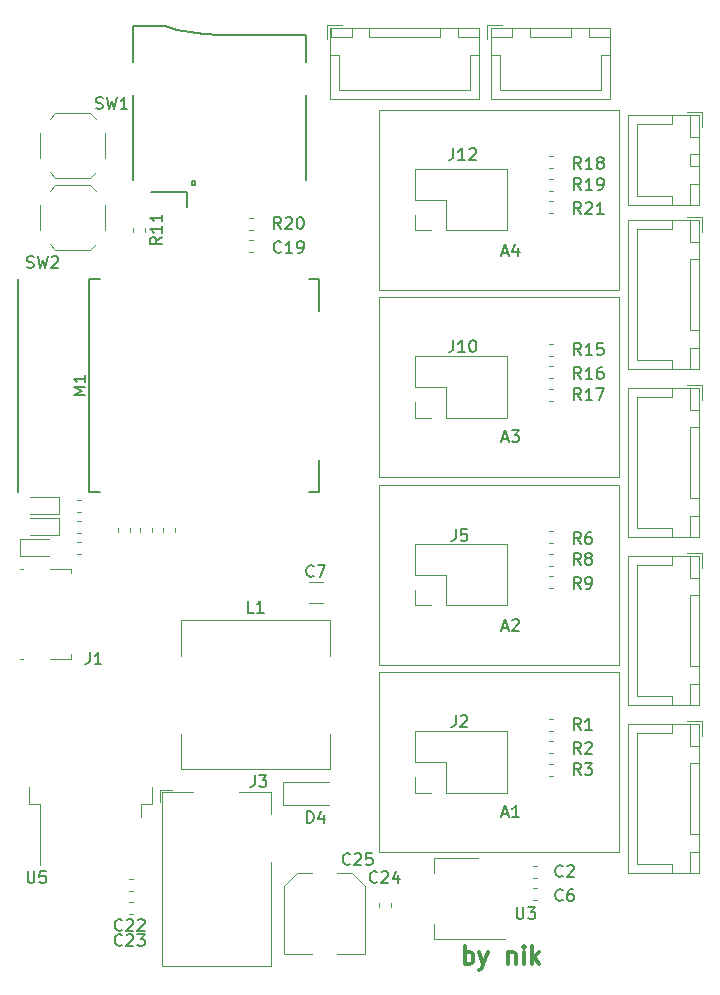
<source format=gbr>
G04 #@! TF.GenerationSoftware,KiCad,Pcbnew,5.1.6*
G04 #@! TF.CreationDate,2020-07-21T22:46:31+02:00*
G04 #@! TF.ProjectId,esp32_stepper_driver,65737033-325f-4737-9465-707065725f64,rev?*
G04 #@! TF.SameCoordinates,Original*
G04 #@! TF.FileFunction,Legend,Top*
G04 #@! TF.FilePolarity,Positive*
%FSLAX46Y46*%
G04 Gerber Fmt 4.6, Leading zero omitted, Abs format (unit mm)*
G04 Created by KiCad (PCBNEW 5.1.6) date 2020-07-21 22:46:31*
%MOMM*%
%LPD*%
G01*
G04 APERTURE LIST*
%ADD10C,0.300000*%
%ADD11C,0.150000*%
%ADD12C,0.120000*%
G04 APERTURE END LIST*
D10*
X173676857Y-149776571D02*
X173676857Y-148276571D01*
X173676857Y-148848000D02*
X173819714Y-148776571D01*
X174105428Y-148776571D01*
X174248285Y-148848000D01*
X174319714Y-148919428D01*
X174391142Y-149062285D01*
X174391142Y-149490857D01*
X174319714Y-149633714D01*
X174248285Y-149705142D01*
X174105428Y-149776571D01*
X173819714Y-149776571D01*
X173676857Y-149705142D01*
X174891142Y-148776571D02*
X175248285Y-149776571D01*
X175605428Y-148776571D02*
X175248285Y-149776571D01*
X175105428Y-150133714D01*
X175034000Y-150205142D01*
X174891142Y-150276571D01*
X177319714Y-148776571D02*
X177319714Y-149776571D01*
X177319714Y-148919428D02*
X177391142Y-148848000D01*
X177534000Y-148776571D01*
X177748285Y-148776571D01*
X177891142Y-148848000D01*
X177962571Y-148990857D01*
X177962571Y-149776571D01*
X178676857Y-149776571D02*
X178676857Y-148776571D01*
X178676857Y-148276571D02*
X178605428Y-148348000D01*
X178676857Y-148419428D01*
X178748285Y-148348000D01*
X178676857Y-148276571D01*
X178676857Y-148419428D01*
X179391142Y-149776571D02*
X179391142Y-148276571D01*
X179534000Y-149205142D02*
X179962571Y-149776571D01*
X179962571Y-148776571D02*
X179391142Y-149348000D01*
D11*
X160258000Y-71122000D02*
X152908000Y-71122000D01*
X152908000Y-71122000D02*
X151558000Y-71072000D01*
X151558000Y-71072000D02*
X150408000Y-70922000D01*
X150408000Y-70922000D02*
X149308000Y-70722000D01*
X149308000Y-70722000D02*
X148258000Y-70422000D01*
X150108000Y-84422000D02*
X150108000Y-85722000D01*
X160258000Y-76222000D02*
X160258000Y-83422000D01*
X160258000Y-73422000D02*
X160258000Y-71122000D01*
X148258000Y-70422000D02*
X145558000Y-70422000D01*
X145558000Y-70422000D02*
X145558000Y-73422000D01*
X145558000Y-83422000D02*
X145558000Y-76222000D01*
X150558000Y-83822000D02*
X150858000Y-83822000D01*
X150858000Y-83822000D02*
X150858000Y-83522000D01*
X150858000Y-83522000D02*
X150558000Y-83522000D01*
X150558000Y-83522000D02*
X150558000Y-83822000D01*
X150108000Y-84422000D02*
X147108000Y-84422000D01*
D12*
X177225000Y-87690000D02*
X177225000Y-82490000D01*
X172085000Y-87690000D02*
X177225000Y-87690000D01*
X169485000Y-82490000D02*
X177225000Y-82490000D01*
X172085000Y-87690000D02*
X172085000Y-85090000D01*
X172085000Y-85090000D02*
X169485000Y-85090000D01*
X169485000Y-85090000D02*
X169485000Y-82490000D01*
X170815000Y-87690000D02*
X169485000Y-87690000D01*
X169485000Y-87690000D02*
X169485000Y-86360000D01*
X177225000Y-103565000D02*
X177225000Y-98365000D01*
X172085000Y-103565000D02*
X177225000Y-103565000D01*
X169485000Y-98365000D02*
X177225000Y-98365000D01*
X172085000Y-103565000D02*
X172085000Y-100965000D01*
X172085000Y-100965000D02*
X169485000Y-100965000D01*
X169485000Y-100965000D02*
X169485000Y-98365000D01*
X170815000Y-103565000D02*
X169485000Y-103565000D01*
X169485000Y-103565000D02*
X169485000Y-102235000D01*
X177225000Y-119440000D02*
X177225000Y-114240000D01*
X172085000Y-119440000D02*
X177225000Y-119440000D01*
X169485000Y-114240000D02*
X177225000Y-114240000D01*
X172085000Y-119440000D02*
X172085000Y-116840000D01*
X172085000Y-116840000D02*
X169485000Y-116840000D01*
X169485000Y-116840000D02*
X169485000Y-114240000D01*
X170815000Y-119440000D02*
X169485000Y-119440000D01*
X169485000Y-119440000D02*
X169485000Y-118110000D01*
X177225000Y-135315000D02*
X177225000Y-130115000D01*
X172085000Y-135315000D02*
X177225000Y-135315000D01*
X169485000Y-130115000D02*
X177225000Y-130115000D01*
X172085000Y-135315000D02*
X172085000Y-132715000D01*
X172085000Y-132715000D02*
X169485000Y-132715000D01*
X169485000Y-132715000D02*
X169485000Y-130115000D01*
X170815000Y-135315000D02*
X169485000Y-135315000D01*
X169485000Y-135315000D02*
X169485000Y-133985000D01*
X193468000Y-86848000D02*
X187498000Y-86848000D01*
X187498000Y-86848000D02*
X187498000Y-99468000D01*
X187498000Y-99468000D02*
X193468000Y-99468000D01*
X193468000Y-99468000D02*
X193468000Y-86848000D01*
X193458000Y-90158000D02*
X192708000Y-90158000D01*
X192708000Y-90158000D02*
X192708000Y-96158000D01*
X192708000Y-96158000D02*
X193458000Y-96158000D01*
X193458000Y-96158000D02*
X193458000Y-90158000D01*
X193458000Y-86858000D02*
X192708000Y-86858000D01*
X192708000Y-86858000D02*
X192708000Y-88658000D01*
X192708000Y-88658000D02*
X193458000Y-88658000D01*
X193458000Y-88658000D02*
X193458000Y-86858000D01*
X193458000Y-97658000D02*
X192708000Y-97658000D01*
X192708000Y-97658000D02*
X192708000Y-99458000D01*
X192708000Y-99458000D02*
X193458000Y-99458000D01*
X193458000Y-99458000D02*
X193458000Y-97658000D01*
X191208000Y-86858000D02*
X191208000Y-87608000D01*
X191208000Y-87608000D02*
X188258000Y-87608000D01*
X188258000Y-87608000D02*
X188258000Y-93158000D01*
X191208000Y-99458000D02*
X191208000Y-98708000D01*
X191208000Y-98708000D02*
X188258000Y-98708000D01*
X188258000Y-98708000D02*
X188258000Y-93158000D01*
X193758000Y-87808000D02*
X193758000Y-86558000D01*
X193758000Y-86558000D02*
X192508000Y-86558000D01*
X193468000Y-115296000D02*
X187498000Y-115296000D01*
X187498000Y-115296000D02*
X187498000Y-127916000D01*
X187498000Y-127916000D02*
X193468000Y-127916000D01*
X193468000Y-127916000D02*
X193468000Y-115296000D01*
X193458000Y-118606000D02*
X192708000Y-118606000D01*
X192708000Y-118606000D02*
X192708000Y-124606000D01*
X192708000Y-124606000D02*
X193458000Y-124606000D01*
X193458000Y-124606000D02*
X193458000Y-118606000D01*
X193458000Y-115306000D02*
X192708000Y-115306000D01*
X192708000Y-115306000D02*
X192708000Y-117106000D01*
X192708000Y-117106000D02*
X193458000Y-117106000D01*
X193458000Y-117106000D02*
X193458000Y-115306000D01*
X193458000Y-126106000D02*
X192708000Y-126106000D01*
X192708000Y-126106000D02*
X192708000Y-127906000D01*
X192708000Y-127906000D02*
X193458000Y-127906000D01*
X193458000Y-127906000D02*
X193458000Y-126106000D01*
X191208000Y-115306000D02*
X191208000Y-116056000D01*
X191208000Y-116056000D02*
X188258000Y-116056000D01*
X188258000Y-116056000D02*
X188258000Y-121606000D01*
X191208000Y-127906000D02*
X191208000Y-127156000D01*
X191208000Y-127156000D02*
X188258000Y-127156000D01*
X188258000Y-127156000D02*
X188258000Y-121606000D01*
X193758000Y-116256000D02*
X193758000Y-115006000D01*
X193758000Y-115006000D02*
X192508000Y-115006000D01*
X136786000Y-134800000D02*
X136786000Y-136300000D01*
X136786000Y-136300000D02*
X137736000Y-136300000D01*
X137736000Y-136300000D02*
X137736000Y-141425000D01*
X147186000Y-134800000D02*
X147186000Y-136300000D01*
X147186000Y-136300000D02*
X146236000Y-136300000D01*
X146236000Y-136300000D02*
X146236000Y-137400000D01*
X171064000Y-140862000D02*
X171064000Y-142122000D01*
X171064000Y-147682000D02*
X171064000Y-146422000D01*
X174824000Y-140862000D02*
X171064000Y-140862000D01*
X177074000Y-147682000D02*
X171064000Y-147682000D01*
X137742000Y-87654000D02*
X137742000Y-85574000D01*
X141912000Y-83894000D02*
X142402000Y-84384000D01*
X143182000Y-87654000D02*
X143182000Y-85574000D01*
X139012000Y-83894000D02*
X138522000Y-84384000D01*
X139012000Y-83894000D02*
X141912000Y-83894000D01*
X139012000Y-89334000D02*
X138522000Y-88844000D01*
X139012000Y-89334000D02*
X141912000Y-89334000D01*
X141912000Y-89334000D02*
X142402000Y-88844000D01*
X137742000Y-81558000D02*
X137742000Y-79478000D01*
X141912000Y-77798000D02*
X142402000Y-78288000D01*
X143182000Y-81558000D02*
X143182000Y-79478000D01*
X139012000Y-77798000D02*
X138522000Y-78288000D01*
X139012000Y-77798000D02*
X141912000Y-77798000D01*
X139012000Y-83238000D02*
X138522000Y-82748000D01*
X139012000Y-83238000D02*
X141912000Y-83238000D01*
X141912000Y-83238000D02*
X142402000Y-82748000D01*
X180803733Y-85215000D02*
X181146267Y-85215000D01*
X180803733Y-86235000D02*
X181146267Y-86235000D01*
X155403733Y-86612000D02*
X155746267Y-86612000D01*
X155403733Y-87632000D02*
X155746267Y-87632000D01*
X180803733Y-83310000D02*
X181146267Y-83310000D01*
X180803733Y-84330000D02*
X181146267Y-84330000D01*
X180803733Y-101090000D02*
X181146267Y-101090000D01*
X180803733Y-102110000D02*
X181146267Y-102110000D01*
X180803733Y-97280000D02*
X181146267Y-97280000D01*
X180803733Y-98300000D02*
X181146267Y-98300000D01*
X141132779Y-115064000D02*
X140807221Y-115064000D01*
X141132779Y-114044000D02*
X140807221Y-114044000D01*
X146560000Y-87467221D02*
X146560000Y-87792779D01*
X145540000Y-87467221D02*
X145540000Y-87792779D01*
X141132779Y-113286000D02*
X140807221Y-113286000D01*
X141132779Y-112266000D02*
X140807221Y-112266000D01*
X140807221Y-110488000D02*
X141132779Y-110488000D01*
X140807221Y-111508000D02*
X141132779Y-111508000D01*
X180803733Y-132840000D02*
X181146267Y-132840000D01*
X180803733Y-133860000D02*
X181146267Y-133860000D01*
X180803733Y-130935000D02*
X181146267Y-130935000D01*
X180803733Y-131955000D02*
X181146267Y-131955000D01*
D11*
X141840000Y-109838000D02*
X142740000Y-109838000D01*
X161340000Y-91838000D02*
X160440000Y-91838000D01*
X161340000Y-109838000D02*
X160440000Y-109838000D01*
X141840000Y-109838000D02*
X141840000Y-91838000D01*
X141840000Y-91838000D02*
X142740000Y-91838000D01*
X161340000Y-91838000D02*
X161340000Y-94538000D01*
X161340000Y-109838000D02*
X161340000Y-107138000D01*
X141840000Y-109838000D02*
X141840000Y-91838000D01*
X135840000Y-109838000D02*
X135840000Y-91838000D01*
D12*
X162256000Y-130300000D02*
X162256000Y-133300000D01*
X162256000Y-133300000D02*
X149656000Y-133300000D01*
X149656000Y-133300000D02*
X149656000Y-130300000D01*
X149656000Y-123700000D02*
X149656000Y-120700000D01*
X149656000Y-120700000D02*
X162256000Y-120700000D01*
X162256000Y-120700000D02*
X162256000Y-123700000D01*
X193468000Y-101072000D02*
X187498000Y-101072000D01*
X187498000Y-101072000D02*
X187498000Y-113692000D01*
X187498000Y-113692000D02*
X193468000Y-113692000D01*
X193468000Y-113692000D02*
X193468000Y-101072000D01*
X193458000Y-104382000D02*
X192708000Y-104382000D01*
X192708000Y-104382000D02*
X192708000Y-110382000D01*
X192708000Y-110382000D02*
X193458000Y-110382000D01*
X193458000Y-110382000D02*
X193458000Y-104382000D01*
X193458000Y-101082000D02*
X192708000Y-101082000D01*
X192708000Y-101082000D02*
X192708000Y-102882000D01*
X192708000Y-102882000D02*
X193458000Y-102882000D01*
X193458000Y-102882000D02*
X193458000Y-101082000D01*
X193458000Y-111882000D02*
X192708000Y-111882000D01*
X192708000Y-111882000D02*
X192708000Y-113682000D01*
X192708000Y-113682000D02*
X193458000Y-113682000D01*
X193458000Y-113682000D02*
X193458000Y-111882000D01*
X191208000Y-101082000D02*
X191208000Y-101832000D01*
X191208000Y-101832000D02*
X188258000Y-101832000D01*
X188258000Y-101832000D02*
X188258000Y-107382000D01*
X191208000Y-113682000D02*
X191208000Y-112932000D01*
X191208000Y-112932000D02*
X188258000Y-112932000D01*
X188258000Y-112932000D02*
X188258000Y-107382000D01*
X193758000Y-102032000D02*
X193758000Y-100782000D01*
X193758000Y-100782000D02*
X192508000Y-100782000D01*
X193468000Y-77958000D02*
X187498000Y-77958000D01*
X187498000Y-77958000D02*
X187498000Y-85578000D01*
X187498000Y-85578000D02*
X193468000Y-85578000D01*
X193468000Y-85578000D02*
X193468000Y-77958000D01*
X193458000Y-81268000D02*
X192708000Y-81268000D01*
X192708000Y-81268000D02*
X192708000Y-82268000D01*
X192708000Y-82268000D02*
X193458000Y-82268000D01*
X193458000Y-82268000D02*
X193458000Y-81268000D01*
X193458000Y-77968000D02*
X192708000Y-77968000D01*
X192708000Y-77968000D02*
X192708000Y-79768000D01*
X192708000Y-79768000D02*
X193458000Y-79768000D01*
X193458000Y-79768000D02*
X193458000Y-77968000D01*
X193458000Y-83768000D02*
X192708000Y-83768000D01*
X192708000Y-83768000D02*
X192708000Y-85568000D01*
X192708000Y-85568000D02*
X193458000Y-85568000D01*
X193458000Y-85568000D02*
X193458000Y-83768000D01*
X191208000Y-77968000D02*
X191208000Y-78718000D01*
X191208000Y-78718000D02*
X188258000Y-78718000D01*
X188258000Y-78718000D02*
X188258000Y-81768000D01*
X191208000Y-85568000D02*
X191208000Y-84818000D01*
X191208000Y-84818000D02*
X188258000Y-84818000D01*
X188258000Y-84818000D02*
X188258000Y-81768000D01*
X193758000Y-78918000D02*
X193758000Y-77668000D01*
X193758000Y-77668000D02*
X192508000Y-77668000D01*
X175875000Y-70565000D02*
X175875000Y-76535000D01*
X175875000Y-76535000D02*
X185995000Y-76535000D01*
X185995000Y-76535000D02*
X185995000Y-70565000D01*
X185995000Y-70565000D02*
X175875000Y-70565000D01*
X179185000Y-70575000D02*
X179185000Y-71325000D01*
X179185000Y-71325000D02*
X182685000Y-71325000D01*
X182685000Y-71325000D02*
X182685000Y-70575000D01*
X182685000Y-70575000D02*
X179185000Y-70575000D01*
X175885000Y-70575000D02*
X175885000Y-71325000D01*
X175885000Y-71325000D02*
X177685000Y-71325000D01*
X177685000Y-71325000D02*
X177685000Y-70575000D01*
X177685000Y-70575000D02*
X175885000Y-70575000D01*
X184185000Y-70575000D02*
X184185000Y-71325000D01*
X184185000Y-71325000D02*
X185985000Y-71325000D01*
X185985000Y-71325000D02*
X185985000Y-70575000D01*
X185985000Y-70575000D02*
X184185000Y-70575000D01*
X175885000Y-72825000D02*
X176635000Y-72825000D01*
X176635000Y-72825000D02*
X176635000Y-75775000D01*
X176635000Y-75775000D02*
X180935000Y-75775000D01*
X185985000Y-72825000D02*
X185235000Y-72825000D01*
X185235000Y-72825000D02*
X185235000Y-75775000D01*
X185235000Y-75775000D02*
X180935000Y-75775000D01*
X176835000Y-70275000D02*
X175585000Y-70275000D01*
X175585000Y-70275000D02*
X175585000Y-71525000D01*
X162286000Y-70565000D02*
X162286000Y-76535000D01*
X162286000Y-76535000D02*
X174906000Y-76535000D01*
X174906000Y-76535000D02*
X174906000Y-70565000D01*
X174906000Y-70565000D02*
X162286000Y-70565000D01*
X165596000Y-70575000D02*
X165596000Y-71325000D01*
X165596000Y-71325000D02*
X171596000Y-71325000D01*
X171596000Y-71325000D02*
X171596000Y-70575000D01*
X171596000Y-70575000D02*
X165596000Y-70575000D01*
X162296000Y-70575000D02*
X162296000Y-71325000D01*
X162296000Y-71325000D02*
X164096000Y-71325000D01*
X164096000Y-71325000D02*
X164096000Y-70575000D01*
X164096000Y-70575000D02*
X162296000Y-70575000D01*
X173096000Y-70575000D02*
X173096000Y-71325000D01*
X173096000Y-71325000D02*
X174896000Y-71325000D01*
X174896000Y-71325000D02*
X174896000Y-70575000D01*
X174896000Y-70575000D02*
X173096000Y-70575000D01*
X162296000Y-72825000D02*
X163046000Y-72825000D01*
X163046000Y-72825000D02*
X163046000Y-75775000D01*
X163046000Y-75775000D02*
X168596000Y-75775000D01*
X174896000Y-72825000D02*
X174146000Y-72825000D01*
X174146000Y-72825000D02*
X174146000Y-75775000D01*
X174146000Y-75775000D02*
X168596000Y-75775000D01*
X163246000Y-70275000D02*
X161996000Y-70275000D01*
X161996000Y-70275000D02*
X161996000Y-71525000D01*
X193468000Y-129520000D02*
X187498000Y-129520000D01*
X187498000Y-129520000D02*
X187498000Y-142140000D01*
X187498000Y-142140000D02*
X193468000Y-142140000D01*
X193468000Y-142140000D02*
X193468000Y-129520000D01*
X193458000Y-132830000D02*
X192708000Y-132830000D01*
X192708000Y-132830000D02*
X192708000Y-138830000D01*
X192708000Y-138830000D02*
X193458000Y-138830000D01*
X193458000Y-138830000D02*
X193458000Y-132830000D01*
X193458000Y-129530000D02*
X192708000Y-129530000D01*
X192708000Y-129530000D02*
X192708000Y-131330000D01*
X192708000Y-131330000D02*
X193458000Y-131330000D01*
X193458000Y-131330000D02*
X193458000Y-129530000D01*
X193458000Y-140330000D02*
X192708000Y-140330000D01*
X192708000Y-140330000D02*
X192708000Y-142130000D01*
X192708000Y-142130000D02*
X193458000Y-142130000D01*
X193458000Y-142130000D02*
X193458000Y-140330000D01*
X191208000Y-129530000D02*
X191208000Y-130280000D01*
X191208000Y-130280000D02*
X188258000Y-130280000D01*
X188258000Y-130280000D02*
X188258000Y-135830000D01*
X191208000Y-142130000D02*
X191208000Y-141380000D01*
X191208000Y-141380000D02*
X188258000Y-141380000D01*
X188258000Y-141380000D02*
X188258000Y-135830000D01*
X193758000Y-130480000D02*
X193758000Y-129230000D01*
X193758000Y-129230000D02*
X192508000Y-129230000D01*
X148904000Y-135044000D02*
X147854000Y-135044000D01*
X147854000Y-136094000D02*
X147854000Y-135044000D01*
X157254000Y-141144000D02*
X157254000Y-149944000D01*
X157254000Y-149944000D02*
X148054000Y-149944000D01*
X154554000Y-135244000D02*
X157254000Y-135244000D01*
X157254000Y-135244000D02*
X157254000Y-137144000D01*
X148054000Y-149944000D02*
X148054000Y-135244000D01*
X148054000Y-135244000D02*
X150654000Y-135244000D01*
X140310000Y-123952000D02*
X140310000Y-123572000D01*
X136260000Y-123952000D02*
X136000000Y-123952000D01*
X140310000Y-123952000D02*
X138540000Y-123952000D01*
X140310000Y-116332000D02*
X140310000Y-116712000D01*
X138540000Y-116332000D02*
X140310000Y-116332000D01*
X136000000Y-116332000D02*
X136260000Y-116332000D01*
X158278000Y-134382000D02*
X158278000Y-136382000D01*
X158278000Y-136382000D02*
X162178000Y-136382000D01*
X158278000Y-134382000D02*
X162178000Y-134382000D01*
X138468000Y-113819000D02*
X136008000Y-113819000D01*
X136008000Y-113819000D02*
X136008000Y-115289000D01*
X136008000Y-115289000D02*
X138468000Y-115289000D01*
X136868000Y-113511000D02*
X139328000Y-113511000D01*
X139328000Y-113511000D02*
X139328000Y-112041000D01*
X139328000Y-112041000D02*
X136868000Y-112041000D01*
X136868000Y-111733000D02*
X139328000Y-111733000D01*
X139328000Y-111733000D02*
X139328000Y-110263000D01*
X139328000Y-110263000D02*
X136868000Y-110263000D01*
X158388000Y-148952000D02*
X160738000Y-148952000D01*
X165208000Y-148952000D02*
X162858000Y-148952000D01*
X165208000Y-143196437D02*
X165208000Y-148952000D01*
X158388000Y-143196437D02*
X158388000Y-148952000D01*
X159452437Y-142132000D02*
X160738000Y-142132000D01*
X164143563Y-142132000D02*
X162858000Y-142132000D01*
X164143563Y-142132000D02*
X165208000Y-143196437D01*
X159452437Y-142132000D02*
X158388000Y-143196437D01*
X167388000Y-144617221D02*
X167388000Y-144942779D01*
X166368000Y-144617221D02*
X166368000Y-144942779D01*
X145252221Y-144524000D02*
X145577779Y-144524000D01*
X145252221Y-145544000D02*
X145577779Y-145544000D01*
X145252221Y-142619000D02*
X145577779Y-142619000D01*
X145252221Y-143639000D02*
X145577779Y-143639000D01*
X155403733Y-88517000D02*
X155746267Y-88517000D01*
X155403733Y-89537000D02*
X155746267Y-89537000D01*
X149100000Y-112867221D02*
X149100000Y-113192779D01*
X148080000Y-112867221D02*
X148080000Y-113192779D01*
X147195000Y-112867221D02*
X147195000Y-113192779D01*
X146175000Y-112867221D02*
X146175000Y-113192779D01*
X145290000Y-112867221D02*
X145290000Y-113192779D01*
X144270000Y-112867221D02*
X144270000Y-113192779D01*
X160433936Y-117454000D02*
X161638064Y-117454000D01*
X160433936Y-119274000D02*
X161638064Y-119274000D01*
X179415221Y-143381000D02*
X179740779Y-143381000D01*
X179415221Y-144401000D02*
X179740779Y-144401000D01*
X179415221Y-141476000D02*
X179740779Y-141476000D01*
X179415221Y-142496000D02*
X179740779Y-142496000D01*
X186690000Y-92710000D02*
X166370000Y-92710000D01*
X166370000Y-92710000D02*
X166370000Y-77470000D01*
X166370000Y-77470000D02*
X186690000Y-77470000D01*
X186690000Y-77470000D02*
X186690000Y-92710000D01*
X186690000Y-108585000D02*
X166370000Y-108585000D01*
X166370000Y-108585000D02*
X166370000Y-93345000D01*
X166370000Y-93345000D02*
X186690000Y-93345000D01*
X186690000Y-93345000D02*
X186690000Y-108585000D01*
X186690000Y-124460000D02*
X166370000Y-124460000D01*
X166370000Y-124460000D02*
X166370000Y-109220000D01*
X166370000Y-109220000D02*
X186690000Y-109220000D01*
X186690000Y-109220000D02*
X186690000Y-124460000D01*
X186690000Y-140335000D02*
X166370000Y-140335000D01*
X166370000Y-140335000D02*
X166370000Y-125095000D01*
X166370000Y-125095000D02*
X186690000Y-125095000D01*
X186690000Y-125095000D02*
X186690000Y-140335000D01*
X180803733Y-117985000D02*
X181146267Y-117985000D01*
X180803733Y-116965000D02*
X181146267Y-116965000D01*
X180803733Y-81405000D02*
X181146267Y-81405000D01*
X180803733Y-82425000D02*
X181146267Y-82425000D01*
X180803733Y-115060000D02*
X181146267Y-115060000D01*
X180803733Y-116080000D02*
X181146267Y-116080000D01*
X180803733Y-114175000D02*
X181146267Y-114175000D01*
X180803733Y-113155000D02*
X181146267Y-113155000D01*
X180803733Y-129030000D02*
X181146267Y-129030000D01*
X180803733Y-130050000D02*
X181146267Y-130050000D01*
X180803733Y-99185000D02*
X181146267Y-99185000D01*
X180803733Y-100205000D02*
X181146267Y-100205000D01*
D11*
X172672476Y-80732380D02*
X172672476Y-81446666D01*
X172624857Y-81589523D01*
X172529619Y-81684761D01*
X172386761Y-81732380D01*
X172291523Y-81732380D01*
X173672476Y-81732380D02*
X173101047Y-81732380D01*
X173386761Y-81732380D02*
X173386761Y-80732380D01*
X173291523Y-80875238D01*
X173196285Y-80970476D01*
X173101047Y-81018095D01*
X174053428Y-80827619D02*
X174101047Y-80780000D01*
X174196285Y-80732380D01*
X174434380Y-80732380D01*
X174529619Y-80780000D01*
X174577238Y-80827619D01*
X174624857Y-80922857D01*
X174624857Y-81018095D01*
X174577238Y-81160952D01*
X174005809Y-81732380D01*
X174624857Y-81732380D01*
X172672476Y-96988380D02*
X172672476Y-97702666D01*
X172624857Y-97845523D01*
X172529619Y-97940761D01*
X172386761Y-97988380D01*
X172291523Y-97988380D01*
X173672476Y-97988380D02*
X173101047Y-97988380D01*
X173386761Y-97988380D02*
X173386761Y-96988380D01*
X173291523Y-97131238D01*
X173196285Y-97226476D01*
X173101047Y-97274095D01*
X174291523Y-96988380D02*
X174386761Y-96988380D01*
X174482000Y-97036000D01*
X174529619Y-97083619D01*
X174577238Y-97178857D01*
X174624857Y-97369333D01*
X174624857Y-97607428D01*
X174577238Y-97797904D01*
X174529619Y-97893142D01*
X174482000Y-97940761D01*
X174386761Y-97988380D01*
X174291523Y-97988380D01*
X174196285Y-97940761D01*
X174148666Y-97893142D01*
X174101047Y-97797904D01*
X174053428Y-97607428D01*
X174053428Y-97369333D01*
X174101047Y-97178857D01*
X174148666Y-97083619D01*
X174196285Y-97036000D01*
X174291523Y-96988380D01*
X172894666Y-112990380D02*
X172894666Y-113704666D01*
X172847047Y-113847523D01*
X172751809Y-113942761D01*
X172608952Y-113990380D01*
X172513714Y-113990380D01*
X173847047Y-112990380D02*
X173370857Y-112990380D01*
X173323238Y-113466571D01*
X173370857Y-113418952D01*
X173466095Y-113371333D01*
X173704190Y-113371333D01*
X173799428Y-113418952D01*
X173847047Y-113466571D01*
X173894666Y-113561809D01*
X173894666Y-113799904D01*
X173847047Y-113895142D01*
X173799428Y-113942761D01*
X173704190Y-113990380D01*
X173466095Y-113990380D01*
X173370857Y-113942761D01*
X173323238Y-113895142D01*
X172894666Y-128738380D02*
X172894666Y-129452666D01*
X172847047Y-129595523D01*
X172751809Y-129690761D01*
X172608952Y-129738380D01*
X172513714Y-129738380D01*
X173323238Y-128833619D02*
X173370857Y-128786000D01*
X173466095Y-128738380D01*
X173704190Y-128738380D01*
X173799428Y-128786000D01*
X173847047Y-128833619D01*
X173894666Y-128928857D01*
X173894666Y-129024095D01*
X173847047Y-129166952D01*
X173275619Y-129738380D01*
X173894666Y-129738380D01*
X136652095Y-141946380D02*
X136652095Y-142755904D01*
X136699714Y-142851142D01*
X136747333Y-142898761D01*
X136842571Y-142946380D01*
X137033047Y-142946380D01*
X137128285Y-142898761D01*
X137175904Y-142851142D01*
X137223523Y-142755904D01*
X137223523Y-141946380D01*
X138175904Y-141946380D02*
X137699714Y-141946380D01*
X137652095Y-142422571D01*
X137699714Y-142374952D01*
X137794952Y-142327333D01*
X138033047Y-142327333D01*
X138128285Y-142374952D01*
X138175904Y-142422571D01*
X138223523Y-142517809D01*
X138223523Y-142755904D01*
X138175904Y-142851142D01*
X138128285Y-142898761D01*
X138033047Y-142946380D01*
X137794952Y-142946380D01*
X137699714Y-142898761D01*
X137652095Y-142851142D01*
X178054095Y-144994380D02*
X178054095Y-145803904D01*
X178101714Y-145899142D01*
X178149333Y-145946761D01*
X178244571Y-145994380D01*
X178435047Y-145994380D01*
X178530285Y-145946761D01*
X178577904Y-145899142D01*
X178625523Y-145803904D01*
X178625523Y-144994380D01*
X179006476Y-144994380D02*
X179625523Y-144994380D01*
X179292190Y-145375333D01*
X179435047Y-145375333D01*
X179530285Y-145422952D01*
X179577904Y-145470571D01*
X179625523Y-145565809D01*
X179625523Y-145803904D01*
X179577904Y-145899142D01*
X179530285Y-145946761D01*
X179435047Y-145994380D01*
X179149333Y-145994380D01*
X179054095Y-145946761D01*
X179006476Y-145899142D01*
X136588666Y-90828761D02*
X136731523Y-90876380D01*
X136969619Y-90876380D01*
X137064857Y-90828761D01*
X137112476Y-90781142D01*
X137160095Y-90685904D01*
X137160095Y-90590666D01*
X137112476Y-90495428D01*
X137064857Y-90447809D01*
X136969619Y-90400190D01*
X136779142Y-90352571D01*
X136683904Y-90304952D01*
X136636285Y-90257333D01*
X136588666Y-90162095D01*
X136588666Y-90066857D01*
X136636285Y-89971619D01*
X136683904Y-89924000D01*
X136779142Y-89876380D01*
X137017238Y-89876380D01*
X137160095Y-89924000D01*
X137493428Y-89876380D02*
X137731523Y-90876380D01*
X137922000Y-90162095D01*
X138112476Y-90876380D01*
X138350571Y-89876380D01*
X138683904Y-89971619D02*
X138731523Y-89924000D01*
X138826761Y-89876380D01*
X139064857Y-89876380D01*
X139160095Y-89924000D01*
X139207714Y-89971619D01*
X139255333Y-90066857D01*
X139255333Y-90162095D01*
X139207714Y-90304952D01*
X138636285Y-90876380D01*
X139255333Y-90876380D01*
X142430666Y-77366761D02*
X142573523Y-77414380D01*
X142811619Y-77414380D01*
X142906857Y-77366761D01*
X142954476Y-77319142D01*
X143002095Y-77223904D01*
X143002095Y-77128666D01*
X142954476Y-77033428D01*
X142906857Y-76985809D01*
X142811619Y-76938190D01*
X142621142Y-76890571D01*
X142525904Y-76842952D01*
X142478285Y-76795333D01*
X142430666Y-76700095D01*
X142430666Y-76604857D01*
X142478285Y-76509619D01*
X142525904Y-76462000D01*
X142621142Y-76414380D01*
X142859238Y-76414380D01*
X143002095Y-76462000D01*
X143335428Y-76414380D02*
X143573523Y-77414380D01*
X143764000Y-76700095D01*
X143954476Y-77414380D01*
X144192571Y-76414380D01*
X145097333Y-77414380D02*
X144525904Y-77414380D01*
X144811619Y-77414380D02*
X144811619Y-76414380D01*
X144716380Y-76557238D01*
X144621142Y-76652476D01*
X144525904Y-76700095D01*
X183507142Y-86304380D02*
X183173809Y-85828190D01*
X182935714Y-86304380D02*
X182935714Y-85304380D01*
X183316666Y-85304380D01*
X183411904Y-85352000D01*
X183459523Y-85399619D01*
X183507142Y-85494857D01*
X183507142Y-85637714D01*
X183459523Y-85732952D01*
X183411904Y-85780571D01*
X183316666Y-85828190D01*
X182935714Y-85828190D01*
X183888095Y-85399619D02*
X183935714Y-85352000D01*
X184030952Y-85304380D01*
X184269047Y-85304380D01*
X184364285Y-85352000D01*
X184411904Y-85399619D01*
X184459523Y-85494857D01*
X184459523Y-85590095D01*
X184411904Y-85732952D01*
X183840476Y-86304380D01*
X184459523Y-86304380D01*
X185411904Y-86304380D02*
X184840476Y-86304380D01*
X185126190Y-86304380D02*
X185126190Y-85304380D01*
X185030952Y-85447238D01*
X184935714Y-85542476D01*
X184840476Y-85590095D01*
X158107142Y-87574380D02*
X157773809Y-87098190D01*
X157535714Y-87574380D02*
X157535714Y-86574380D01*
X157916666Y-86574380D01*
X158011904Y-86622000D01*
X158059523Y-86669619D01*
X158107142Y-86764857D01*
X158107142Y-86907714D01*
X158059523Y-87002952D01*
X158011904Y-87050571D01*
X157916666Y-87098190D01*
X157535714Y-87098190D01*
X158488095Y-86669619D02*
X158535714Y-86622000D01*
X158630952Y-86574380D01*
X158869047Y-86574380D01*
X158964285Y-86622000D01*
X159011904Y-86669619D01*
X159059523Y-86764857D01*
X159059523Y-86860095D01*
X159011904Y-87002952D01*
X158440476Y-87574380D01*
X159059523Y-87574380D01*
X159678571Y-86574380D02*
X159773809Y-86574380D01*
X159869047Y-86622000D01*
X159916666Y-86669619D01*
X159964285Y-86764857D01*
X160011904Y-86955333D01*
X160011904Y-87193428D01*
X159964285Y-87383904D01*
X159916666Y-87479142D01*
X159869047Y-87526761D01*
X159773809Y-87574380D01*
X159678571Y-87574380D01*
X159583333Y-87526761D01*
X159535714Y-87479142D01*
X159488095Y-87383904D01*
X159440476Y-87193428D01*
X159440476Y-86955333D01*
X159488095Y-86764857D01*
X159535714Y-86669619D01*
X159583333Y-86622000D01*
X159678571Y-86574380D01*
X183507142Y-84272380D02*
X183173809Y-83796190D01*
X182935714Y-84272380D02*
X182935714Y-83272380D01*
X183316666Y-83272380D01*
X183411904Y-83320000D01*
X183459523Y-83367619D01*
X183507142Y-83462857D01*
X183507142Y-83605714D01*
X183459523Y-83700952D01*
X183411904Y-83748571D01*
X183316666Y-83796190D01*
X182935714Y-83796190D01*
X184459523Y-84272380D02*
X183888095Y-84272380D01*
X184173809Y-84272380D02*
X184173809Y-83272380D01*
X184078571Y-83415238D01*
X183983333Y-83510476D01*
X183888095Y-83558095D01*
X184935714Y-84272380D02*
X185126190Y-84272380D01*
X185221428Y-84224761D01*
X185269047Y-84177142D01*
X185364285Y-84034285D01*
X185411904Y-83843809D01*
X185411904Y-83462857D01*
X185364285Y-83367619D01*
X185316666Y-83320000D01*
X185221428Y-83272380D01*
X185030952Y-83272380D01*
X184935714Y-83320000D01*
X184888095Y-83367619D01*
X184840476Y-83462857D01*
X184840476Y-83700952D01*
X184888095Y-83796190D01*
X184935714Y-83843809D01*
X185030952Y-83891428D01*
X185221428Y-83891428D01*
X185316666Y-83843809D01*
X185364285Y-83796190D01*
X185411904Y-83700952D01*
X183507142Y-102052380D02*
X183173809Y-101576190D01*
X182935714Y-102052380D02*
X182935714Y-101052380D01*
X183316666Y-101052380D01*
X183411904Y-101100000D01*
X183459523Y-101147619D01*
X183507142Y-101242857D01*
X183507142Y-101385714D01*
X183459523Y-101480952D01*
X183411904Y-101528571D01*
X183316666Y-101576190D01*
X182935714Y-101576190D01*
X184459523Y-102052380D02*
X183888095Y-102052380D01*
X184173809Y-102052380D02*
X184173809Y-101052380D01*
X184078571Y-101195238D01*
X183983333Y-101290476D01*
X183888095Y-101338095D01*
X184792857Y-101052380D02*
X185459523Y-101052380D01*
X185030952Y-102052380D01*
X183507142Y-98242380D02*
X183173809Y-97766190D01*
X182935714Y-98242380D02*
X182935714Y-97242380D01*
X183316666Y-97242380D01*
X183411904Y-97290000D01*
X183459523Y-97337619D01*
X183507142Y-97432857D01*
X183507142Y-97575714D01*
X183459523Y-97670952D01*
X183411904Y-97718571D01*
X183316666Y-97766190D01*
X182935714Y-97766190D01*
X184459523Y-98242380D02*
X183888095Y-98242380D01*
X184173809Y-98242380D02*
X184173809Y-97242380D01*
X184078571Y-97385238D01*
X183983333Y-97480476D01*
X183888095Y-97528095D01*
X185364285Y-97242380D02*
X184888095Y-97242380D01*
X184840476Y-97718571D01*
X184888095Y-97670952D01*
X184983333Y-97623333D01*
X185221428Y-97623333D01*
X185316666Y-97670952D01*
X185364285Y-97718571D01*
X185411904Y-97813809D01*
X185411904Y-98051904D01*
X185364285Y-98147142D01*
X185316666Y-98194761D01*
X185221428Y-98242380D01*
X184983333Y-98242380D01*
X184888095Y-98194761D01*
X184840476Y-98147142D01*
X148026380Y-88272857D02*
X147550190Y-88606190D01*
X148026380Y-88844285D02*
X147026380Y-88844285D01*
X147026380Y-88463333D01*
X147074000Y-88368095D01*
X147121619Y-88320476D01*
X147216857Y-88272857D01*
X147359714Y-88272857D01*
X147454952Y-88320476D01*
X147502571Y-88368095D01*
X147550190Y-88463333D01*
X147550190Y-88844285D01*
X148026380Y-87320476D02*
X148026380Y-87891904D01*
X148026380Y-87606190D02*
X147026380Y-87606190D01*
X147169238Y-87701428D01*
X147264476Y-87796666D01*
X147312095Y-87891904D01*
X148026380Y-86368095D02*
X148026380Y-86939523D01*
X148026380Y-86653809D02*
X147026380Y-86653809D01*
X147169238Y-86749047D01*
X147264476Y-86844285D01*
X147312095Y-86939523D01*
X183475333Y-133802380D02*
X183142000Y-133326190D01*
X182903904Y-133802380D02*
X182903904Y-132802380D01*
X183284857Y-132802380D01*
X183380095Y-132850000D01*
X183427714Y-132897619D01*
X183475333Y-132992857D01*
X183475333Y-133135714D01*
X183427714Y-133230952D01*
X183380095Y-133278571D01*
X183284857Y-133326190D01*
X182903904Y-133326190D01*
X183808666Y-132802380D02*
X184427714Y-132802380D01*
X184094380Y-133183333D01*
X184237238Y-133183333D01*
X184332476Y-133230952D01*
X184380095Y-133278571D01*
X184427714Y-133373809D01*
X184427714Y-133611904D01*
X184380095Y-133707142D01*
X184332476Y-133754761D01*
X184237238Y-133802380D01*
X183951523Y-133802380D01*
X183856285Y-133754761D01*
X183808666Y-133707142D01*
X183475333Y-132024380D02*
X183142000Y-131548190D01*
X182903904Y-132024380D02*
X182903904Y-131024380D01*
X183284857Y-131024380D01*
X183380095Y-131072000D01*
X183427714Y-131119619D01*
X183475333Y-131214857D01*
X183475333Y-131357714D01*
X183427714Y-131452952D01*
X183380095Y-131500571D01*
X183284857Y-131548190D01*
X182903904Y-131548190D01*
X183856285Y-131119619D02*
X183903904Y-131072000D01*
X183999142Y-131024380D01*
X184237238Y-131024380D01*
X184332476Y-131072000D01*
X184380095Y-131119619D01*
X184427714Y-131214857D01*
X184427714Y-131310095D01*
X184380095Y-131452952D01*
X183808666Y-132024380D01*
X184427714Y-132024380D01*
X141542380Y-101647523D02*
X140542380Y-101647523D01*
X141256666Y-101314190D01*
X140542380Y-100980857D01*
X141542380Y-100980857D01*
X141542380Y-99980857D02*
X141542380Y-100552285D01*
X141542380Y-100266571D02*
X140542380Y-100266571D01*
X140685238Y-100361809D01*
X140780476Y-100457047D01*
X140828095Y-100552285D01*
X155789333Y-120052380D02*
X155313142Y-120052380D01*
X155313142Y-119052380D01*
X156646476Y-120052380D02*
X156075047Y-120052380D01*
X156360761Y-120052380D02*
X156360761Y-119052380D01*
X156265523Y-119195238D01*
X156170285Y-119290476D01*
X156075047Y-119338095D01*
X155876666Y-133818380D02*
X155876666Y-134532666D01*
X155829047Y-134675523D01*
X155733809Y-134770761D01*
X155590952Y-134818380D01*
X155495714Y-134818380D01*
X156257619Y-133818380D02*
X156876666Y-133818380D01*
X156543333Y-134199333D01*
X156686190Y-134199333D01*
X156781428Y-134246952D01*
X156829047Y-134294571D01*
X156876666Y-134389809D01*
X156876666Y-134627904D01*
X156829047Y-134723142D01*
X156781428Y-134770761D01*
X156686190Y-134818380D01*
X156400476Y-134818380D01*
X156305238Y-134770761D01*
X156257619Y-134723142D01*
X141906666Y-123404380D02*
X141906666Y-124118666D01*
X141859047Y-124261523D01*
X141763809Y-124356761D01*
X141620952Y-124404380D01*
X141525714Y-124404380D01*
X142906666Y-124404380D02*
X142335238Y-124404380D01*
X142620952Y-124404380D02*
X142620952Y-123404380D01*
X142525714Y-123547238D01*
X142430476Y-123642476D01*
X142335238Y-123690095D01*
X160297904Y-137866380D02*
X160297904Y-136866380D01*
X160536000Y-136866380D01*
X160678857Y-136914000D01*
X160774095Y-137009238D01*
X160821714Y-137104476D01*
X160869333Y-137294952D01*
X160869333Y-137437809D01*
X160821714Y-137628285D01*
X160774095Y-137723523D01*
X160678857Y-137818761D01*
X160536000Y-137866380D01*
X160297904Y-137866380D01*
X161726476Y-137199714D02*
X161726476Y-137866380D01*
X161488380Y-136818761D02*
X161250285Y-137533047D01*
X161869333Y-137533047D01*
X163949142Y-141327142D02*
X163901523Y-141374761D01*
X163758666Y-141422380D01*
X163663428Y-141422380D01*
X163520571Y-141374761D01*
X163425333Y-141279523D01*
X163377714Y-141184285D01*
X163330095Y-140993809D01*
X163330095Y-140850952D01*
X163377714Y-140660476D01*
X163425333Y-140565238D01*
X163520571Y-140470000D01*
X163663428Y-140422380D01*
X163758666Y-140422380D01*
X163901523Y-140470000D01*
X163949142Y-140517619D01*
X164330095Y-140517619D02*
X164377714Y-140470000D01*
X164472952Y-140422380D01*
X164711047Y-140422380D01*
X164806285Y-140470000D01*
X164853904Y-140517619D01*
X164901523Y-140612857D01*
X164901523Y-140708095D01*
X164853904Y-140850952D01*
X164282476Y-141422380D01*
X164901523Y-141422380D01*
X165806285Y-140422380D02*
X165330095Y-140422380D01*
X165282476Y-140898571D01*
X165330095Y-140850952D01*
X165425333Y-140803333D01*
X165663428Y-140803333D01*
X165758666Y-140850952D01*
X165806285Y-140898571D01*
X165853904Y-140993809D01*
X165853904Y-141231904D01*
X165806285Y-141327142D01*
X165758666Y-141374761D01*
X165663428Y-141422380D01*
X165425333Y-141422380D01*
X165330095Y-141374761D01*
X165282476Y-141327142D01*
X166235142Y-142851142D02*
X166187523Y-142898761D01*
X166044666Y-142946380D01*
X165949428Y-142946380D01*
X165806571Y-142898761D01*
X165711333Y-142803523D01*
X165663714Y-142708285D01*
X165616095Y-142517809D01*
X165616095Y-142374952D01*
X165663714Y-142184476D01*
X165711333Y-142089238D01*
X165806571Y-141994000D01*
X165949428Y-141946380D01*
X166044666Y-141946380D01*
X166187523Y-141994000D01*
X166235142Y-142041619D01*
X166616095Y-142041619D02*
X166663714Y-141994000D01*
X166758952Y-141946380D01*
X166997047Y-141946380D01*
X167092285Y-141994000D01*
X167139904Y-142041619D01*
X167187523Y-142136857D01*
X167187523Y-142232095D01*
X167139904Y-142374952D01*
X166568476Y-142946380D01*
X167187523Y-142946380D01*
X168044666Y-142279714D02*
X168044666Y-142946380D01*
X167806571Y-141898761D02*
X167568476Y-142613047D01*
X168187523Y-142613047D01*
X144645142Y-148185142D02*
X144597523Y-148232761D01*
X144454666Y-148280380D01*
X144359428Y-148280380D01*
X144216571Y-148232761D01*
X144121333Y-148137523D01*
X144073714Y-148042285D01*
X144026095Y-147851809D01*
X144026095Y-147708952D01*
X144073714Y-147518476D01*
X144121333Y-147423238D01*
X144216571Y-147328000D01*
X144359428Y-147280380D01*
X144454666Y-147280380D01*
X144597523Y-147328000D01*
X144645142Y-147375619D01*
X145026095Y-147375619D02*
X145073714Y-147328000D01*
X145168952Y-147280380D01*
X145407047Y-147280380D01*
X145502285Y-147328000D01*
X145549904Y-147375619D01*
X145597523Y-147470857D01*
X145597523Y-147566095D01*
X145549904Y-147708952D01*
X144978476Y-148280380D01*
X145597523Y-148280380D01*
X145930857Y-147280380D02*
X146549904Y-147280380D01*
X146216571Y-147661333D01*
X146359428Y-147661333D01*
X146454666Y-147708952D01*
X146502285Y-147756571D01*
X146549904Y-147851809D01*
X146549904Y-148089904D01*
X146502285Y-148185142D01*
X146454666Y-148232761D01*
X146359428Y-148280380D01*
X146073714Y-148280380D01*
X145978476Y-148232761D01*
X145930857Y-148185142D01*
X144645142Y-146915142D02*
X144597523Y-146962761D01*
X144454666Y-147010380D01*
X144359428Y-147010380D01*
X144216571Y-146962761D01*
X144121333Y-146867523D01*
X144073714Y-146772285D01*
X144026095Y-146581809D01*
X144026095Y-146438952D01*
X144073714Y-146248476D01*
X144121333Y-146153238D01*
X144216571Y-146058000D01*
X144359428Y-146010380D01*
X144454666Y-146010380D01*
X144597523Y-146058000D01*
X144645142Y-146105619D01*
X145026095Y-146105619D02*
X145073714Y-146058000D01*
X145168952Y-146010380D01*
X145407047Y-146010380D01*
X145502285Y-146058000D01*
X145549904Y-146105619D01*
X145597523Y-146200857D01*
X145597523Y-146296095D01*
X145549904Y-146438952D01*
X144978476Y-147010380D01*
X145597523Y-147010380D01*
X145978476Y-146105619D02*
X146026095Y-146058000D01*
X146121333Y-146010380D01*
X146359428Y-146010380D01*
X146454666Y-146058000D01*
X146502285Y-146105619D01*
X146549904Y-146200857D01*
X146549904Y-146296095D01*
X146502285Y-146438952D01*
X145930857Y-147010380D01*
X146549904Y-147010380D01*
X158107142Y-89511142D02*
X158059523Y-89558761D01*
X157916666Y-89606380D01*
X157821428Y-89606380D01*
X157678571Y-89558761D01*
X157583333Y-89463523D01*
X157535714Y-89368285D01*
X157488095Y-89177809D01*
X157488095Y-89034952D01*
X157535714Y-88844476D01*
X157583333Y-88749238D01*
X157678571Y-88654000D01*
X157821428Y-88606380D01*
X157916666Y-88606380D01*
X158059523Y-88654000D01*
X158107142Y-88701619D01*
X159059523Y-89606380D02*
X158488095Y-89606380D01*
X158773809Y-89606380D02*
X158773809Y-88606380D01*
X158678571Y-88749238D01*
X158583333Y-88844476D01*
X158488095Y-88892095D01*
X159535714Y-89606380D02*
X159726190Y-89606380D01*
X159821428Y-89558761D01*
X159869047Y-89511142D01*
X159964285Y-89368285D01*
X160011904Y-89177809D01*
X160011904Y-88796857D01*
X159964285Y-88701619D01*
X159916666Y-88654000D01*
X159821428Y-88606380D01*
X159630952Y-88606380D01*
X159535714Y-88654000D01*
X159488095Y-88701619D01*
X159440476Y-88796857D01*
X159440476Y-89034952D01*
X159488095Y-89130190D01*
X159535714Y-89177809D01*
X159630952Y-89225428D01*
X159821428Y-89225428D01*
X159916666Y-89177809D01*
X159964285Y-89130190D01*
X160011904Y-89034952D01*
X160869333Y-116943142D02*
X160821714Y-116990761D01*
X160678857Y-117038380D01*
X160583619Y-117038380D01*
X160440761Y-116990761D01*
X160345523Y-116895523D01*
X160297904Y-116800285D01*
X160250285Y-116609809D01*
X160250285Y-116466952D01*
X160297904Y-116276476D01*
X160345523Y-116181238D01*
X160440761Y-116086000D01*
X160583619Y-116038380D01*
X160678857Y-116038380D01*
X160821714Y-116086000D01*
X160869333Y-116133619D01*
X161202666Y-116038380D02*
X161869333Y-116038380D01*
X161440761Y-117038380D01*
X181951333Y-144375142D02*
X181903714Y-144422761D01*
X181760857Y-144470380D01*
X181665619Y-144470380D01*
X181522761Y-144422761D01*
X181427523Y-144327523D01*
X181379904Y-144232285D01*
X181332285Y-144041809D01*
X181332285Y-143898952D01*
X181379904Y-143708476D01*
X181427523Y-143613238D01*
X181522761Y-143518000D01*
X181665619Y-143470380D01*
X181760857Y-143470380D01*
X181903714Y-143518000D01*
X181951333Y-143565619D01*
X182808476Y-143470380D02*
X182618000Y-143470380D01*
X182522761Y-143518000D01*
X182475142Y-143565619D01*
X182379904Y-143708476D01*
X182332285Y-143898952D01*
X182332285Y-144279904D01*
X182379904Y-144375142D01*
X182427523Y-144422761D01*
X182522761Y-144470380D01*
X182713238Y-144470380D01*
X182808476Y-144422761D01*
X182856095Y-144375142D01*
X182903714Y-144279904D01*
X182903714Y-144041809D01*
X182856095Y-143946571D01*
X182808476Y-143898952D01*
X182713238Y-143851333D01*
X182522761Y-143851333D01*
X182427523Y-143898952D01*
X182379904Y-143946571D01*
X182332285Y-144041809D01*
X181951333Y-142343142D02*
X181903714Y-142390761D01*
X181760857Y-142438380D01*
X181665619Y-142438380D01*
X181522761Y-142390761D01*
X181427523Y-142295523D01*
X181379904Y-142200285D01*
X181332285Y-142009809D01*
X181332285Y-141866952D01*
X181379904Y-141676476D01*
X181427523Y-141581238D01*
X181522761Y-141486000D01*
X181665619Y-141438380D01*
X181760857Y-141438380D01*
X181903714Y-141486000D01*
X181951333Y-141533619D01*
X182332285Y-141533619D02*
X182379904Y-141486000D01*
X182475142Y-141438380D01*
X182713238Y-141438380D01*
X182808476Y-141486000D01*
X182856095Y-141533619D01*
X182903714Y-141628857D01*
X182903714Y-141724095D01*
X182856095Y-141866952D01*
X182284666Y-142438380D01*
X182903714Y-142438380D01*
X176831714Y-89574666D02*
X177307904Y-89574666D01*
X176736476Y-89860380D02*
X177069809Y-88860380D01*
X177403142Y-89860380D01*
X178165047Y-89193714D02*
X178165047Y-89860380D01*
X177926952Y-88812761D02*
X177688857Y-89527047D01*
X178307904Y-89527047D01*
X176831714Y-105322666D02*
X177307904Y-105322666D01*
X176736476Y-105608380D02*
X177069809Y-104608380D01*
X177403142Y-105608380D01*
X177641238Y-104608380D02*
X178260285Y-104608380D01*
X177926952Y-104989333D01*
X178069809Y-104989333D01*
X178165047Y-105036952D01*
X178212666Y-105084571D01*
X178260285Y-105179809D01*
X178260285Y-105417904D01*
X178212666Y-105513142D01*
X178165047Y-105560761D01*
X178069809Y-105608380D01*
X177784095Y-105608380D01*
X177688857Y-105560761D01*
X177641238Y-105513142D01*
X176831714Y-121324666D02*
X177307904Y-121324666D01*
X176736476Y-121610380D02*
X177069809Y-120610380D01*
X177403142Y-121610380D01*
X177688857Y-120705619D02*
X177736476Y-120658000D01*
X177831714Y-120610380D01*
X178069809Y-120610380D01*
X178165047Y-120658000D01*
X178212666Y-120705619D01*
X178260285Y-120800857D01*
X178260285Y-120896095D01*
X178212666Y-121038952D01*
X177641238Y-121610380D01*
X178260285Y-121610380D01*
X176831714Y-137072666D02*
X177307904Y-137072666D01*
X176736476Y-137358380D02*
X177069809Y-136358380D01*
X177403142Y-137358380D01*
X178260285Y-137358380D02*
X177688857Y-137358380D01*
X177974571Y-137358380D02*
X177974571Y-136358380D01*
X177879333Y-136501238D01*
X177784095Y-136596476D01*
X177688857Y-136644095D01*
X183475333Y-118054380D02*
X183142000Y-117578190D01*
X182903904Y-118054380D02*
X182903904Y-117054380D01*
X183284857Y-117054380D01*
X183380095Y-117102000D01*
X183427714Y-117149619D01*
X183475333Y-117244857D01*
X183475333Y-117387714D01*
X183427714Y-117482952D01*
X183380095Y-117530571D01*
X183284857Y-117578190D01*
X182903904Y-117578190D01*
X183951523Y-118054380D02*
X184142000Y-118054380D01*
X184237238Y-118006761D01*
X184284857Y-117959142D01*
X184380095Y-117816285D01*
X184427714Y-117625809D01*
X184427714Y-117244857D01*
X184380095Y-117149619D01*
X184332476Y-117102000D01*
X184237238Y-117054380D01*
X184046761Y-117054380D01*
X183951523Y-117102000D01*
X183903904Y-117149619D01*
X183856285Y-117244857D01*
X183856285Y-117482952D01*
X183903904Y-117578190D01*
X183951523Y-117625809D01*
X184046761Y-117673428D01*
X184237238Y-117673428D01*
X184332476Y-117625809D01*
X184380095Y-117578190D01*
X184427714Y-117482952D01*
X183507142Y-82494380D02*
X183173809Y-82018190D01*
X182935714Y-82494380D02*
X182935714Y-81494380D01*
X183316666Y-81494380D01*
X183411904Y-81542000D01*
X183459523Y-81589619D01*
X183507142Y-81684857D01*
X183507142Y-81827714D01*
X183459523Y-81922952D01*
X183411904Y-81970571D01*
X183316666Y-82018190D01*
X182935714Y-82018190D01*
X184459523Y-82494380D02*
X183888095Y-82494380D01*
X184173809Y-82494380D02*
X184173809Y-81494380D01*
X184078571Y-81637238D01*
X183983333Y-81732476D01*
X183888095Y-81780095D01*
X185030952Y-81922952D02*
X184935714Y-81875333D01*
X184888095Y-81827714D01*
X184840476Y-81732476D01*
X184840476Y-81684857D01*
X184888095Y-81589619D01*
X184935714Y-81542000D01*
X185030952Y-81494380D01*
X185221428Y-81494380D01*
X185316666Y-81542000D01*
X185364285Y-81589619D01*
X185411904Y-81684857D01*
X185411904Y-81732476D01*
X185364285Y-81827714D01*
X185316666Y-81875333D01*
X185221428Y-81922952D01*
X185030952Y-81922952D01*
X184935714Y-81970571D01*
X184888095Y-82018190D01*
X184840476Y-82113428D01*
X184840476Y-82303904D01*
X184888095Y-82399142D01*
X184935714Y-82446761D01*
X185030952Y-82494380D01*
X185221428Y-82494380D01*
X185316666Y-82446761D01*
X185364285Y-82399142D01*
X185411904Y-82303904D01*
X185411904Y-82113428D01*
X185364285Y-82018190D01*
X185316666Y-81970571D01*
X185221428Y-81922952D01*
X183475333Y-116022380D02*
X183142000Y-115546190D01*
X182903904Y-116022380D02*
X182903904Y-115022380D01*
X183284857Y-115022380D01*
X183380095Y-115070000D01*
X183427714Y-115117619D01*
X183475333Y-115212857D01*
X183475333Y-115355714D01*
X183427714Y-115450952D01*
X183380095Y-115498571D01*
X183284857Y-115546190D01*
X182903904Y-115546190D01*
X184046761Y-115450952D02*
X183951523Y-115403333D01*
X183903904Y-115355714D01*
X183856285Y-115260476D01*
X183856285Y-115212857D01*
X183903904Y-115117619D01*
X183951523Y-115070000D01*
X184046761Y-115022380D01*
X184237238Y-115022380D01*
X184332476Y-115070000D01*
X184380095Y-115117619D01*
X184427714Y-115212857D01*
X184427714Y-115260476D01*
X184380095Y-115355714D01*
X184332476Y-115403333D01*
X184237238Y-115450952D01*
X184046761Y-115450952D01*
X183951523Y-115498571D01*
X183903904Y-115546190D01*
X183856285Y-115641428D01*
X183856285Y-115831904D01*
X183903904Y-115927142D01*
X183951523Y-115974761D01*
X184046761Y-116022380D01*
X184237238Y-116022380D01*
X184332476Y-115974761D01*
X184380095Y-115927142D01*
X184427714Y-115831904D01*
X184427714Y-115641428D01*
X184380095Y-115546190D01*
X184332476Y-115498571D01*
X184237238Y-115450952D01*
X183475333Y-114244380D02*
X183142000Y-113768190D01*
X182903904Y-114244380D02*
X182903904Y-113244380D01*
X183284857Y-113244380D01*
X183380095Y-113292000D01*
X183427714Y-113339619D01*
X183475333Y-113434857D01*
X183475333Y-113577714D01*
X183427714Y-113672952D01*
X183380095Y-113720571D01*
X183284857Y-113768190D01*
X182903904Y-113768190D01*
X184332476Y-113244380D02*
X184142000Y-113244380D01*
X184046761Y-113292000D01*
X183999142Y-113339619D01*
X183903904Y-113482476D01*
X183856285Y-113672952D01*
X183856285Y-114053904D01*
X183903904Y-114149142D01*
X183951523Y-114196761D01*
X184046761Y-114244380D01*
X184237238Y-114244380D01*
X184332476Y-114196761D01*
X184380095Y-114149142D01*
X184427714Y-114053904D01*
X184427714Y-113815809D01*
X184380095Y-113720571D01*
X184332476Y-113672952D01*
X184237238Y-113625333D01*
X184046761Y-113625333D01*
X183951523Y-113672952D01*
X183903904Y-113720571D01*
X183856285Y-113815809D01*
X183475333Y-129992380D02*
X183142000Y-129516190D01*
X182903904Y-129992380D02*
X182903904Y-128992380D01*
X183284857Y-128992380D01*
X183380095Y-129040000D01*
X183427714Y-129087619D01*
X183475333Y-129182857D01*
X183475333Y-129325714D01*
X183427714Y-129420952D01*
X183380095Y-129468571D01*
X183284857Y-129516190D01*
X182903904Y-129516190D01*
X184427714Y-129992380D02*
X183856285Y-129992380D01*
X184142000Y-129992380D02*
X184142000Y-128992380D01*
X184046761Y-129135238D01*
X183951523Y-129230476D01*
X183856285Y-129278095D01*
X183507142Y-100274380D02*
X183173809Y-99798190D01*
X182935714Y-100274380D02*
X182935714Y-99274380D01*
X183316666Y-99274380D01*
X183411904Y-99322000D01*
X183459523Y-99369619D01*
X183507142Y-99464857D01*
X183507142Y-99607714D01*
X183459523Y-99702952D01*
X183411904Y-99750571D01*
X183316666Y-99798190D01*
X182935714Y-99798190D01*
X184459523Y-100274380D02*
X183888095Y-100274380D01*
X184173809Y-100274380D02*
X184173809Y-99274380D01*
X184078571Y-99417238D01*
X183983333Y-99512476D01*
X183888095Y-99560095D01*
X185316666Y-99274380D02*
X185126190Y-99274380D01*
X185030952Y-99322000D01*
X184983333Y-99369619D01*
X184888095Y-99512476D01*
X184840476Y-99702952D01*
X184840476Y-100083904D01*
X184888095Y-100179142D01*
X184935714Y-100226761D01*
X185030952Y-100274380D01*
X185221428Y-100274380D01*
X185316666Y-100226761D01*
X185364285Y-100179142D01*
X185411904Y-100083904D01*
X185411904Y-99845809D01*
X185364285Y-99750571D01*
X185316666Y-99702952D01*
X185221428Y-99655333D01*
X185030952Y-99655333D01*
X184935714Y-99702952D01*
X184888095Y-99750571D01*
X184840476Y-99845809D01*
M02*

</source>
